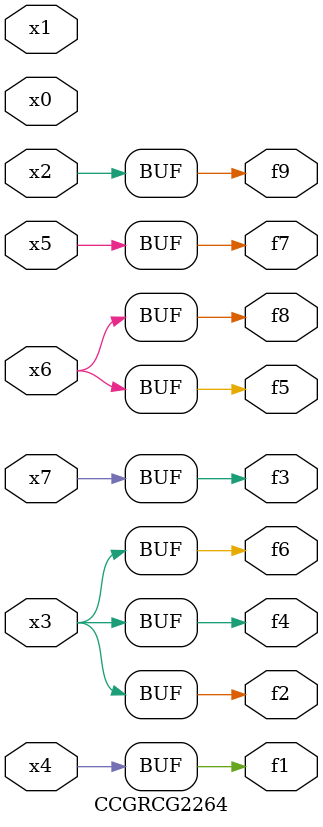
<source format=v>
module CCGRCG2264(
	input x0, x1, x2, x3, x4, x5, x6, x7,
	output f1, f2, f3, f4, f5, f6, f7, f8, f9
);
	assign f1 = x4;
	assign f2 = x3;
	assign f3 = x7;
	assign f4 = x3;
	assign f5 = x6;
	assign f6 = x3;
	assign f7 = x5;
	assign f8 = x6;
	assign f9 = x2;
endmodule

</source>
